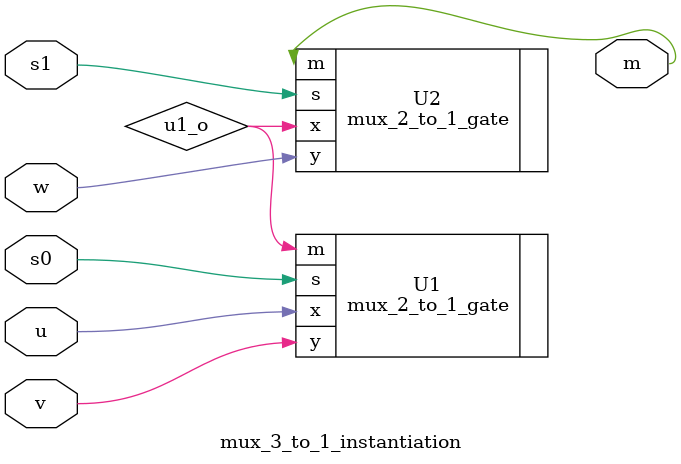
<source format=v>
`timescale 1ns / 1ps

module mux_3_to_1_instantiation(
    input u,
    input v,
    input w,
    input s0,
    input s1,
    output m
    );
      
    wire u1_o;
    
    mux_2_to_1_gate U1 (.x(u), .y(v), .s(s0), .m(u1_o));
    mux_2_to_1_gate U2 (.x(u1_o), .y(w), .s(s1), .m(m));

endmodule

</source>
